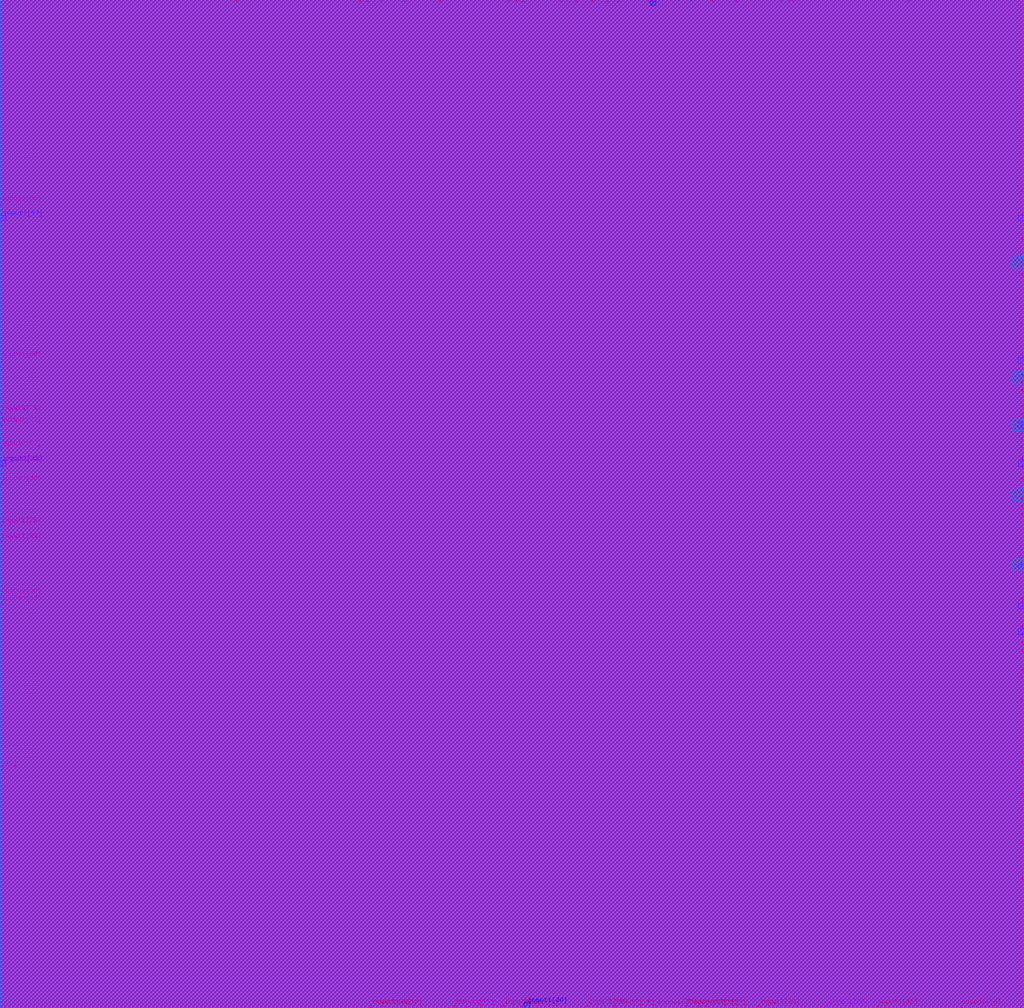
<source format=lef>
##
## LEF for PtnCells ;
## created by Innovus v17.12-s095_1 on Wed Apr 22 22:04:46 2020
##

VERSION 5.8 ;

BUSBITCHARS "[]" ;
DIVIDERCHAR "/" ;

MACRO AsyncMux_width80
  CLASS BLOCK ;
  FOREIGN AsyncMux_width80 0 0 ;
  ORIGIN 0.0000 0.0000 ;
  SIZE 75.2400 BY 74.1000 ;
  SYMMETRY X Y R90 ;
  PIN input0[79]
    DIRECTION INPUT ;
    USE SIGNAL ;
    PORT
      LAYER metal3 ;
        RECT 0.0000 46.0400 0.0700 46.1100 ;
    END
  END input0[79]
  PIN input0[78]
    DIRECTION INPUT ;
    USE SIGNAL ;
    PORT
      LAYER metal3 ;
        RECT 0.0000 41.1000 0.0700 41.1700 ;
    END
  END input0[78]
  PIN input0[77]
    DIRECTION INPUT ;
    USE SIGNAL ;
    PORT
      LAYER metal3 ;
        RECT 0.0000 43.5700 0.0700 43.6400 ;
    END
  END input0[77]
  PIN input0[76]
    DIRECTION INPUT ;
    USE SIGNAL ;
    PORT
      LAYER metal5 ;
        RECT 0.0000 43.6300 0.1400 43.7700 ;
    END
  END input0[76]
  PIN input0[75]
    DIRECTION INPUT ;
    USE SIGNAL ;
    PORT
      LAYER metal3 ;
        RECT 75.1700 26.2800 75.2400 26.3500 ;
    END
  END input0[75]
  PIN input0[74]
    DIRECTION INPUT ;
    USE SIGNAL ;
    PORT
      LAYER metal4 ;
        RECT 50.4250 0.0000 50.5650 0.1400 ;
    END
  END input0[74]
  PIN input0[73]
    DIRECTION INPUT ;
    USE SIGNAL ;
    PORT
      LAYER metal7 ;
        RECT 74.8400 27.4450 75.2400 27.8450 ;
    END
  END input0[73]
  PIN input0[72]
    DIRECTION INPUT ;
    USE SIGNAL ;
    PORT
      LAYER metal3 ;
        RECT 75.1700 28.7500 75.2400 28.8200 ;
    END
  END input0[72]
  PIN input0[71]
    DIRECTION INPUT ;
    USE SIGNAL ;
    PORT
      LAYER metal3 ;
        RECT 75.1700 33.6900 75.2400 33.7600 ;
    END
  END input0[71]
  PIN input0[70]
    DIRECTION INPUT ;
    USE SIGNAL ;
    PORT
      LAYER metal3 ;
        RECT 75.1700 39.7700 75.2400 39.8400 ;
    END
  END input0[70]
  PIN input0[69]
    DIRECTION INPUT ;
    USE SIGNAL ;
    PORT
      LAYER metal5 ;
        RECT 75.1000 39.6400 75.2400 39.7800 ;
    END
  END input0[69]
  PIN input0[68]
    DIRECTION INPUT ;
    USE SIGNAL ;
    PORT
      LAYER metal3 ;
        RECT 75.1700 34.8300 75.2400 34.9000 ;
    END
  END input0[68]
  PIN input0[67]
    DIRECTION INPUT ;
    USE SIGNAL ;
    PORT
      LAYER metal3 ;
        RECT 75.1700 47.3700 75.2400 47.4400 ;
    END
  END input0[67]
  PIN input0[66]
    DIRECTION INPUT ;
    USE SIGNAL ;
    PORT
      LAYER metal6 ;
        RECT 54.0650 73.9600 54.2050 74.1000 ;
    END
  END input0[66]
  PIN input0[65]
    DIRECTION INPUT ;
    USE SIGNAL ;
    PORT
      LAYER metal4 ;
        RECT 52.3850 73.9600 52.5250 74.1000 ;
    END
  END input0[65]
  PIN input0[64]
    DIRECTION INPUT ;
    USE SIGNAL ;
    PORT
      LAYER metal2 ;
        RECT 46.4200 74.0300 46.4900 74.1000 ;
    END
  END input0[64]
  PIN input0[63]
    DIRECTION INPUT ;
    USE SIGNAL ;
    PORT
      LAYER metal4 ;
        RECT 47.6250 73.9600 47.7650 74.1000 ;
    END
  END input0[63]
  PIN input0[62]
    DIRECTION INPUT ;
    USE SIGNAL ;
    PORT
      LAYER metal3 ;
        RECT 75.1700 42.2400 75.2400 42.3100 ;
    END
  END input0[62]
  PIN input0[61]
    DIRECTION INPUT ;
    USE SIGNAL ;
    PORT
      LAYER metal3 ;
        RECT 75.1700 39.3900 75.2400 39.4600 ;
    END
  END input0[61]
  PIN input0[60]
    DIRECTION INPUT ;
    USE SIGNAL ;
    PORT
      LAYER metal2 ;
        RECT 26.2800 74.0300 26.3500 74.1000 ;
    END
  END input0[60]
  PIN input0[59]
    DIRECTION INPUT ;
    USE SIGNAL ;
    PORT
      LAYER metal3 ;
        RECT 0.0000 39.9600 0.0700 40.0300 ;
    END
  END input0[59]
  PIN input0[58]
    DIRECTION INPUT ;
    USE SIGNAL ;
    PORT
      LAYER metal4 ;
        RECT 32.2250 73.9600 32.3650 74.1000 ;
    END
  END input0[58]
  PIN input0[57]
    DIRECTION INPUT ;
    USE SIGNAL ;
    PORT
      LAYER metal5 ;
        RECT 0.0000 41.0650 0.1400 41.2050 ;
    END
  END input0[57]
  PIN input0[56]
    DIRECTION INPUT ;
    USE SIGNAL ;
    PORT
      LAYER metal3 ;
        RECT 75.1700 30.0800 75.2400 30.1500 ;
    END
  END input0[56]
  PIN input0[55]
    DIRECTION INPUT ;
    USE SIGNAL ;
    PORT
      LAYER metal2 ;
        RECT 52.5000 0.0000 52.5700 0.0700 ;
    END
  END input0[55]
  PIN input0[54]
    DIRECTION INPUT ;
    USE SIGNAL ;
    PORT
      LAYER metal5 ;
        RECT 75.1000 22.5400 75.2400 22.6800 ;
    END
  END input0[54]
  PIN input0[53]
    DIRECTION INPUT ;
    USE SIGNAL ;
    PORT
      LAYER metal5 ;
        RECT 75.1000 26.2450 75.2400 26.3850 ;
    END
  END input0[53]
  PIN input0[52]
    DIRECTION INPUT ;
    USE SIGNAL ;
    PORT
      LAYER metal5 ;
        RECT 75.1000 33.6550 75.2400 33.7950 ;
    END
  END input0[52]
  PIN input0[51]
    DIRECTION INPUT ;
    USE SIGNAL ;
    PORT
      LAYER metal5 ;
        RECT 75.1000 37.3600 75.2400 37.5000 ;
    END
  END input0[51]
  PIN input0[50]
    DIRECTION INPUT ;
    USE SIGNAL ;
    PORT
      LAYER metal2 ;
        RECT 36.9200 74.0300 36.9900 74.1000 ;
    END
  END input0[50]
  PIN input0[49]
    DIRECTION INPUT ;
    USE SIGNAL ;
    PORT
      LAYER metal3 ;
        RECT 75.1700 32.5500 75.2400 32.6200 ;
    END
  END input0[49]
  PIN input0[48]
    DIRECTION INPUT ;
    USE SIGNAL ;
    PORT
      LAYER metal3 ;
        RECT 75.1700 41.1000 75.2400 41.1700 ;
    END
  END input0[48]
  PIN input0[47]
    DIRECTION INPUT ;
    USE SIGNAL ;
    PORT
      LAYER metal2 ;
        RECT 49.0800 74.0300 49.1500 74.1000 ;
    END
  END input0[47]
  PIN input0[46]
    DIRECTION INPUT ;
    USE SIGNAL ;
    PORT
      LAYER metal2 ;
        RECT 46.9900 74.0300 47.0600 74.1000 ;
    END
  END input0[46]
  PIN input0[45]
    DIRECTION INPUT ;
    USE SIGNAL ;
    PORT
      LAYER metal2 ;
        RECT 38.4400 74.0300 38.5100 74.1000 ;
    END
  END input0[45]
  PIN input0[44]
    DIRECTION INPUT ;
    USE SIGNAL ;
    PORT
      LAYER metal2 ;
        RECT 33.3100 74.0300 33.3800 74.1000 ;
    END
  END input0[44]
  PIN input0[43]
    DIRECTION INPUT ;
    USE SIGNAL ;
    PORT
      LAYER metal2 ;
        RECT 42.0500 74.0300 42.1200 74.1000 ;
    END
  END input0[43]
  PIN input0[42]
    DIRECTION INPUT ;
    USE SIGNAL ;
    PORT
      LAYER metal2 ;
        RECT 35.2100 74.0300 35.2800 74.1000 ;
    END
  END input0[42]
  PIN input0[41]
    DIRECTION INPUT ;
    USE SIGNAL ;
    PORT
      LAYER metal2 ;
        RECT 37.4900 74.0300 37.5600 74.1000 ;
    END
  END input0[41]
  PIN input0[40]
    DIRECTION INPUT ;
    USE SIGNAL ;
    PORT
      LAYER metal3 ;
        RECT 0.0000 38.6300 0.0700 38.7000 ;
    END
  END input0[40]
  PIN input0[39]
    DIRECTION INPUT ;
    USE SIGNAL ;
    PORT
      LAYER metal5 ;
        RECT 0.0000 38.5000 0.1400 38.6400 ;
    END
  END input0[39]
  PIN input0[38]
    DIRECTION INPUT ;
    USE SIGNAL ;
    PORT
      LAYER metal2 ;
        RECT 33.5000 0.0000 33.5700 0.0700 ;
    END
  END input0[38]
  PIN input0[37]
    DIRECTION INPUT ;
    USE SIGNAL ;
    PORT
      LAYER metal2 ;
        RECT 36.5400 0.0000 36.6100 0.0700 ;
    END
  END input0[37]
  PIN input0[36]
    DIRECTION INPUT ;
    USE SIGNAL ;
    PORT
      LAYER metal2 ;
        RECT 49.8400 0.0000 49.9100 0.0700 ;
    END
  END input0[36]
  PIN input0[35]
    DIRECTION INPUT ;
    USE SIGNAL ;
    PORT
      LAYER metal4 ;
        RECT 43.1450 0.0000 43.2850 0.1400 ;
    END
  END input0[35]
  PIN input0[34]
    DIRECTION INPUT ;
    USE SIGNAL ;
    PORT
      LAYER metal4 ;
        RECT 45.1050 0.0000 45.2450 0.1400 ;
    END
  END input0[34]
  PIN input0[33]
    DIRECTION INPUT ;
    USE SIGNAL ;
    PORT
      LAYER metal3 ;
        RECT 75.1700 27.4200 75.2400 27.4900 ;
    END
  END input0[33]
  PIN input0[32]
    DIRECTION INPUT ;
    USE SIGNAL ;
    PORT
      LAYER metal5 ;
        RECT 75.1000 29.9500 75.2400 30.0900 ;
    END
  END input0[32]
  PIN input0[31]
    DIRECTION INPUT ;
    USE SIGNAL ;
    PORT
      LAYER metal5 ;
        RECT 75.1000 32.5150 75.2400 32.6550 ;
    END
  END input0[31]
  PIN input0[30]
    DIRECTION INPUT ;
    USE SIGNAL ;
    PORT
      LAYER metal3 ;
        RECT 75.1700 29.7000 75.2400 29.7700 ;
    END
  END input0[30]
  PIN input0[29]
    DIRECTION INPUT ;
    USE SIGNAL ;
    PORT
      LAYER metal3 ;
        RECT 75.1700 36.1600 75.2400 36.2300 ;
    END
  END input0[29]
  PIN input0[28]
    DIRECTION INPUT ;
    USE SIGNAL ;
    PORT
      LAYER metal2 ;
        RECT 49.4600 74.0300 49.5300 74.1000 ;
    END
  END input0[28]
  PIN input0[27]
    DIRECTION INPUT ;
    USE SIGNAL ;
    PORT
      LAYER metal3 ;
        RECT 75.1700 50.9800 75.2400 51.0500 ;
    END
  END input0[27]
  PIN input0[26]
    DIRECTION INPUT ;
    USE SIGNAL ;
    PORT
      LAYER metal3 ;
        RECT 75.1700 44.9000 75.2400 44.9700 ;
    END
  END input0[26]
  PIN input0[25]
    DIRECTION INPUT ;
    USE SIGNAL ;
    PORT
      LAYER metal3 ;
        RECT 75.1700 46.0400 75.2400 46.1100 ;
    END
  END input0[25]
  PIN input0[24]
    DIRECTION INPUT ;
    USE SIGNAL ;
    PORT
      LAYER metal2 ;
        RECT 34.2600 74.0300 34.3300 74.1000 ;
    END
  END input0[24]
  PIN input0[23]
    DIRECTION INPUT ;
    USE SIGNAL ;
    PORT
      LAYER metal2 ;
        RECT 31.4100 74.0300 31.4800 74.1000 ;
    END
  END input0[23]
  PIN input0[22]
    DIRECTION INPUT ;
    USE SIGNAL ;
    PORT
      LAYER metal2 ;
        RECT 43.1900 74.0300 43.2600 74.1000 ;
    END
  END input0[22]
  PIN input0[21]
    DIRECTION INPUT ;
    USE SIGNAL ;
    PORT
      LAYER metal5 ;
        RECT 0.0000 39.9250 0.1400 40.0650 ;
    END
  END input0[21]
  PIN input0[20]
    DIRECTION INPUT ;
    USE SIGNAL ;
    PORT
      LAYER metal4 ;
        RECT 38.3850 73.9600 38.5250 74.1000 ;
    END
  END input0[20]
  PIN input0[19]
    DIRECTION INPUT ;
    USE SIGNAL ;
    PORT
      LAYER metal3 ;
        RECT 0.0000 29.8900 0.0700 29.9600 ;
    END
  END input0[19]
  PIN input0[18]
    DIRECTION INPUT ;
    USE SIGNAL ;
    PORT
      LAYER metal5 ;
        RECT 0.0000 29.6650 0.1400 29.8050 ;
    END
  END input0[18]
  PIN input0[17]
    DIRECTION INPUT ;
    USE SIGNAL ;
    PORT
      LAYER metal3 ;
        RECT 0.0000 28.7500 0.0700 28.8200 ;
    END
  END input0[17]
  PIN input0[16]
    DIRECTION INPUT ;
    USE SIGNAL ;
    PORT
      LAYER metal2 ;
        RECT 32.9300 0.0000 33.0000 0.0700 ;
    END
  END input0[16]
  PIN input0[15]
    DIRECTION INPUT ;
    USE SIGNAL ;
    PORT
      LAYER metal2 ;
        RECT 28.7500 0.0000 28.8200 0.0700 ;
    END
  END input0[15]
  PIN input0[14]
    DIRECTION INPUT ;
    USE SIGNAL ;
    PORT
      LAYER metal2 ;
        RECT 46.0400 0.0000 46.1100 0.0700 ;
    END
  END input0[14]
  PIN input0[13]
    DIRECTION INPUT ;
    USE SIGNAL ;
    PORT
      LAYER metal2 ;
        RECT 38.4400 0.0000 38.5100 0.0700 ;
    END
  END input0[13]
  PIN input0[12]
    DIRECTION INPUT ;
    USE SIGNAL ;
    PORT
      LAYER metal7 ;
        RECT 74.8400 32.1950 75.2400 32.5950 ;
    END
  END input0[12]
  PIN input0[11]
    DIRECTION INPUT ;
    USE SIGNAL ;
    PORT
      LAYER metal9 ;
        RECT 74.4400 32.1850 75.2400 32.9850 ;
    END
  END input0[11]
  PIN input0[10]
    DIRECTION INPUT ;
    USE SIGNAL ;
    PORT
      LAYER metal5 ;
        RECT 75.1000 36.2200 75.2400 36.3600 ;
    END
  END input0[10]
  PIN input0[9]
    DIRECTION INPUT ;
    USE SIGNAL ;
    PORT
      LAYER metal3 ;
        RECT 75.1700 43.5700 75.2400 43.6400 ;
    END
  END input0[9]
  PIN input0[8]
    DIRECTION INPUT ;
    USE SIGNAL ;
    PORT
      LAYER metal5 ;
        RECT 75.1000 42.2050 75.2400 42.3450 ;
    END
  END input0[8]
  PIN input0[7]
    DIRECTION INPUT ;
    USE SIGNAL ;
    PORT
      LAYER metal5 ;
        RECT 75.1000 41.0650 75.2400 41.2050 ;
    END
  END input0[7]
  PIN input0[6]
    DIRECTION INPUT ;
    USE SIGNAL ;
    PORT
      LAYER metal5 ;
        RECT 75.1000 51.0400 75.2400 51.1800 ;
    END
  END input0[6]
  PIN input0[5]
    DIRECTION INPUT ;
    USE SIGNAL ;
    PORT
      LAYER metal5 ;
        RECT 75.1000 45.9100 75.2400 46.0500 ;
    END
  END input0[5]
  PIN input0[4]
    DIRECTION INPUT ;
    USE SIGNAL ;
    PORT
      LAYER metal2 ;
        RECT 48.1300 74.0300 48.2000 74.1000 ;
    END
  END input0[4]
  PIN input0[3]
    DIRECTION INPUT ;
    USE SIGNAL ;
    PORT
      LAYER metal2 ;
        RECT 43.9500 74.0300 44.0200 74.1000 ;
    END
  END input0[3]
  PIN input0[2]
    DIRECTION INPUT ;
    USE SIGNAL ;
    PORT
      LAYER metal4 ;
        RECT 43.4250 73.9600 43.5650 74.1000 ;
    END
  END input0[2]
  PIN input0[1]
    DIRECTION INPUT ;
    USE SIGNAL ;
    PORT
      LAYER metal5 ;
        RECT 75.1000 43.6300 75.2400 43.7700 ;
    END
  END input0[1]
  PIN input0[0]
    DIRECTION INPUT ;
    USE SIGNAL ;
    PORT
      LAYER metal4 ;
        RECT 38.3850 0.0000 38.5250 0.1400 ;
    END
  END input0[0]
  PIN input1[79]
    DIRECTION INPUT ;
    USE SIGNAL ;
    PORT
      LAYER metal3 ;
        RECT 0.0000 57.8200 0.0700 57.8900 ;
    END
  END input1[79]
  PIN input1[78]
    DIRECTION INPUT ;
    USE SIGNAL ;
    PORT
      LAYER metal3 ;
        RECT 0.0000 62.3800 0.0700 62.4500 ;
    END
  END input1[78]
  PIN input1[77]
    DIRECTION INPUT ;
    USE SIGNAL ;
    PORT
      LAYER metal3 ;
        RECT 0.0000 49.6500 0.0700 49.7200 ;
    END
  END input1[77]
  PIN input1[76]
    DIRECTION INPUT ;
    USE SIGNAL ;
    PORT
      LAYER metal3 ;
        RECT 0.0000 48.3200 0.0700 48.3900 ;
    END
  END input1[76]
  PIN input1[75]
    DIRECTION INPUT ;
    USE SIGNAL ;
    PORT
      LAYER metal2 ;
        RECT 64.0900 0.0000 64.1600 0.0700 ;
    END
  END input1[75]
  PIN input1[74]
    DIRECTION INPUT ;
    USE SIGNAL ;
    PORT
      LAYER metal2 ;
        RECT 48.5100 0.0000 48.5800 0.0700 ;
    END
  END input1[74]
  PIN input1[73]
    DIRECTION INPUT ;
    USE SIGNAL ;
    PORT
      LAYER metal3 ;
        RECT 75.1700 14.1200 75.2400 14.1900 ;
    END
  END input1[73]
  PIN input1[72]
    DIRECTION INPUT ;
    USE SIGNAL ;
    PORT
      LAYER metal5 ;
        RECT 75.1000 15.7000 75.2400 15.8400 ;
    END
  END input1[72]
  PIN input1[71]
    DIRECTION INPUT ;
    USE SIGNAL ;
    PORT
      LAYER metal7 ;
        RECT 74.8400 29.3450 75.2400 29.7450 ;
    END
  END input1[71]
  PIN input1[70]
    DIRECTION INPUT ;
    USE SIGNAL ;
    PORT
      LAYER metal7 ;
        RECT 74.8400 42.6450 75.2400 43.0450 ;
    END
  END input1[70]
  PIN input1[69]
    DIRECTION INPUT ;
    USE SIGNAL ;
    PORT
      LAYER metal9 ;
        RECT 74.4400 45.8650 75.2400 46.6650 ;
    END
  END input1[69]
  PIN input1[68]
    DIRECTION INPUT ;
    USE SIGNAL ;
    PORT
      LAYER metal5 ;
        RECT 75.1000 38.7850 75.2400 38.9250 ;
    END
  END input1[68]
  PIN input1[67]
    DIRECTION INPUT ;
    USE SIGNAL ;
    PORT
      LAYER metal2 ;
        RECT 65.6100 74.0300 65.6800 74.1000 ;
    END
  END input1[67]
  PIN input1[66]
    DIRECTION INPUT ;
    USE SIGNAL ;
    PORT
      LAYER metal3 ;
        RECT 75.1700 63.9000 75.2400 63.9700 ;
    END
  END input1[66]
  PIN input1[65]
    DIRECTION INPUT ;
    USE SIGNAL ;
    PORT
      LAYER metal2 ;
        RECT 67.5100 74.0300 67.5800 74.1000 ;
    END
  END input1[65]
  PIN input1[64]
    DIRECTION INPUT ;
    USE SIGNAL ;
    PORT
      LAYER metal4 ;
        RECT 37.2650 73.9600 37.4050 74.1000 ;
    END
  END input1[64]
  PIN input1[63]
    DIRECTION INPUT ;
    USE SIGNAL ;
    PORT
      LAYER metal8 ;
        RECT 47.7750 73.7000 48.1750 74.1000 ;
    END
  END input1[63]
  PIN input1[62]
    DIRECTION INPUT ;
    USE SIGNAL ;
    PORT
      LAYER metal9 ;
        RECT 74.4400 42.4450 75.2400 43.2450 ;
    END
  END input1[62]
  PIN input1[61]
    DIRECTION INPUT ;
    USE SIGNAL ;
    PORT
      LAYER metal3 ;
        RECT 0.0000 36.3500 0.0700 36.4200 ;
    END
  END input1[61]
  PIN input1[60]
    DIRECTION INPUT ;
    USE SIGNAL ;
    PORT
      LAYER metal5 ;
        RECT 0.0000 59.0200 0.1400 59.1600 ;
    END
  END input1[60]
  PIN input1[59]
    DIRECTION INPUT ;
    USE SIGNAL ;
    PORT
      LAYER metal5 ;
        RECT 0.0000 47.6200 0.1400 47.7600 ;
    END
  END input1[59]
  PIN input1[58]
    DIRECTION INPUT ;
    USE SIGNAL ;
    PORT
      LAYER metal4 ;
        RECT 17.3850 73.9600 17.5250 74.1000 ;
    END
  END input1[58]
  PIN input1[57]
    DIRECTION INPUT ;
    USE SIGNAL ;
    PORT
      LAYER metal7 ;
        RECT 0.0000 57.8450 0.4000 58.2450 ;
    END
  END input1[57]
  PIN input1[56]
    DIRECTION INPUT ;
    USE SIGNAL ;
    PORT
      LAYER metal5 ;
        RECT 75.1000 24.2500 75.2400 24.3900 ;
    END
  END input1[56]
  PIN input1[55]
    DIRECTION INPUT ;
    USE SIGNAL ;
    PORT
      LAYER metal6 ;
        RECT 60.7850 0.0000 60.9250 0.1400 ;
    END
  END input1[55]
  PIN input1[54]
    DIRECTION INPUT ;
    USE SIGNAL ;
    PORT
      LAYER metal5 ;
        RECT 75.1000 11.9950 75.2400 12.1350 ;
    END
  END input1[54]
  PIN input1[53]
    DIRECTION INPUT ;
    USE SIGNAL ;
    PORT
      LAYER metal5 ;
        RECT 75.1000 9.4300 75.2400 9.5700 ;
    END
  END input1[53]
  PIN input1[52]
    DIRECTION INPUT ;
    USE SIGNAL ;
    PORT
      LAYER metal3 ;
        RECT 75.1700 38.0600 75.2400 38.1300 ;
    END
  END input1[52]
  PIN input1[51]
    DIRECTION INPUT ;
    USE SIGNAL ;
    PORT
      LAYER metal9 ;
        RECT 74.4400 37.3150 75.2400 38.1150 ;
    END
  END input1[51]
  PIN input1[50]
    DIRECTION INPUT ;
    USE SIGNAL ;
    PORT
      LAYER metal5 ;
        RECT 0.0000 34.2250 0.1400 34.3650 ;
    END
  END input1[50]
  PIN input1[49]
    DIRECTION INPUT ;
    USE SIGNAL ;
    PORT
      LAYER metal5 ;
        RECT 75.1000 29.3800 75.2400 29.5200 ;
    END
  END input1[49]
  PIN input1[48]
    DIRECTION INPUT ;
    USE SIGNAL ;
    PORT
      LAYER metal5 ;
        RECT 75.1000 45.3400 75.2400 45.4800 ;
    END
  END input1[48]
  PIN input1[47]
    DIRECTION INPUT ;
    USE SIGNAL ;
    PORT
      LAYER metal4 ;
        RECT 57.9850 73.9600 58.1250 74.1000 ;
    END
  END input1[47]
  PIN input1[46]
    DIRECTION INPUT ;
    USE SIGNAL ;
    PORT
      LAYER metal10 ;
        RECT 53.4550 73.3000 54.2550 74.1000 ;
    END
  END input1[46]
  PIN input1[45]
    DIRECTION INPUT ;
    USE SIGNAL ;
    PORT
      LAYER metal4 ;
        RECT 37.8250 73.9600 37.9650 74.1000 ;
    END
  END input1[45]
  PIN input1[44]
    DIRECTION INPUT ;
    USE SIGNAL ;
    PORT
      LAYER metal4 ;
        RECT 26.3450 73.9600 26.4850 74.1000 ;
    END
  END input1[44]
  PIN input1[43]
    DIRECTION INPUT ;
    USE SIGNAL ;
    PORT
      LAYER metal6 ;
        RECT 47.9050 73.9600 48.0450 74.1000 ;
    END
  END input1[43]
  PIN input1[42]
    DIRECTION INPUT ;
    USE SIGNAL ;
    PORT
      LAYER metal4 ;
        RECT 29.7050 73.9600 29.8450 74.1000 ;
    END
  END input1[42]
  PIN input1[41]
    DIRECTION INPUT ;
    USE SIGNAL ;
    PORT
      LAYER metal2 ;
        RECT 29.5100 74.0300 29.5800 74.1000 ;
    END
  END input1[41]
  PIN input1[40]
    DIRECTION INPUT ;
    USE SIGNAL ;
    PORT
      LAYER metal7 ;
        RECT 0.0000 39.7950 0.4000 40.1950 ;
    END
  END input1[40]
  PIN input1[39]
    DIRECTION INPUT ;
    USE SIGNAL ;
    PORT
      LAYER metal5 ;
        RECT 0.0000 35.3650 0.1400 35.5050 ;
    END
  END input1[39]
  PIN input1[38]
    DIRECTION INPUT ;
    USE SIGNAL ;
    PORT
      LAYER metal4 ;
        RECT 27.1850 0.0000 27.3250 0.1400 ;
    END
  END input1[38]
  PIN input1[37]
    DIRECTION INPUT ;
    USE SIGNAL ;
    PORT
      LAYER metal4 ;
        RECT 33.3450 0.0000 33.4850 0.1400 ;
    END
  END input1[37]
  PIN input1[36]
    DIRECTION INPUT ;
    USE SIGNAL ;
    PORT
      LAYER metal4 ;
        RECT 64.4250 0.0000 64.5650 0.1400 ;
    END
  END input1[36]
  PIN input1[35]
    DIRECTION INPUT ;
    USE SIGNAL ;
    PORT
      LAYER metal4 ;
        RECT 55.7450 0.0000 55.8850 0.1400 ;
    END
  END input1[35]
  PIN input1[34]
    DIRECTION INPUT ;
    USE SIGNAL ;
    PORT
      LAYER metal4 ;
        RECT 51.8250 0.0000 51.9650 0.1400 ;
    END
  END input1[34]
  PIN input1[33]
    DIRECTION INPUT ;
    USE SIGNAL ;
    PORT
      LAYER metal5 ;
        RECT 75.1000 14.5600 75.2400 14.7000 ;
    END
  END input1[33]
  PIN input1[32]
    DIRECTION INPUT ;
    USE SIGNAL ;
    PORT
      LAYER metal4 ;
        RECT 48.1850 0.0000 48.3250 0.1400 ;
    END
  END input1[32]
  PIN input1[31]
    DIRECTION INPUT ;
    USE SIGNAL ;
    PORT
      LAYER metal5 ;
        RECT 75.1000 26.8150 75.2400 26.9550 ;
    END
  END input1[31]
  PIN input1[30]
    DIRECTION INPUT ;
    USE SIGNAL ;
    PORT
      LAYER metal5 ;
        RECT 75.1000 27.3850 75.2400 27.5250 ;
    END
  END input1[30]
  PIN input1[29]
    DIRECTION INPUT ;
    USE SIGNAL ;
    PORT
      LAYER metal8 ;
        RECT 38.5350 0.0000 38.9350 0.4000 ;
    END
  END input1[29]
  PIN input1[28]
    DIRECTION INPUT ;
    USE SIGNAL ;
    PORT
      LAYER metal6 ;
        RECT 58.2650 73.9600 58.4050 74.1000 ;
    END
  END input1[28]
  PIN input1[27]
    DIRECTION INPUT ;
    USE SIGNAL ;
    PORT
      LAYER metal4 ;
        RECT 66.6650 73.9600 66.8050 74.1000 ;
    END
  END input1[27]
  PIN input1[26]
    DIRECTION INPUT ;
    USE SIGNAL ;
    PORT
      LAYER metal5 ;
        RECT 75.1000 53.8900 75.2400 54.0300 ;
    END
  END input1[26]
  PIN input1[25]
    DIRECTION INPUT ;
    USE SIGNAL ;
    PORT
      LAYER metal5 ;
        RECT 75.1000 56.4550 75.2400 56.5950 ;
    END
  END input1[25]
  PIN input1[24]
    DIRECTION INPUT ;
    USE SIGNAL ;
    PORT
      LAYER metal3 ;
        RECT 0.0000 45.4700 0.0700 45.5400 ;
    END
  END input1[24]
  PIN input1[23]
    DIRECTION INPUT ;
    USE SIGNAL ;
    PORT
      LAYER metal4 ;
        RECT 26.9050 73.9600 27.0450 74.1000 ;
    END
  END input1[23]
  PIN input1[22]
    DIRECTION INPUT ;
    USE SIGNAL ;
    PORT
      LAYER metal4 ;
        RECT 42.3050 73.9600 42.4450 74.1000 ;
    END
  END input1[22]
  PIN input1[21]
    DIRECTION INPUT ;
    USE SIGNAL ;
    PORT
      LAYER metal4 ;
        RECT 28.0250 73.9600 28.1650 74.1000 ;
    END
  END input1[21]
  PIN input1[20]
    DIRECTION INPUT ;
    USE SIGNAL ;
    PORT
      LAYER metal4 ;
        RECT 36.9850 0.0000 37.1250 0.1400 ;
    END
  END input1[20]
  PIN input1[19]
    DIRECTION INPUT ;
    USE SIGNAL ;
    PORT
      LAYER metal3 ;
        RECT 0.0000 23.6200 0.0700 23.6900 ;
    END
  END input1[19]
  PIN input1[18]
    DIRECTION INPUT ;
    USE SIGNAL ;
    PORT
      LAYER metal3 ;
        RECT 0.0000 16.2100 0.0700 16.2800 ;
    END
  END input1[18]
  PIN input1[17]
    DIRECTION INPUT ;
    USE SIGNAL ;
    PORT
      LAYER metal3 ;
        RECT 0.0000 18.6800 0.0700 18.7500 ;
    END
  END input1[17]
  PIN input1[16]
    DIRECTION INPUT ;
    USE SIGNAL ;
    PORT
      LAYER metal2 ;
        RECT 23.2400 0.0000 23.3100 0.0700 ;
    END
  END input1[16]
  PIN input1[15]
    DIRECTION INPUT ;
    USE SIGNAL ;
    PORT
      LAYER metal2 ;
        RECT 16.0200 0.0000 16.0900 0.0700 ;
    END
  END input1[15]
  PIN input1[14]
    DIRECTION INPUT ;
    USE SIGNAL ;
    PORT
      LAYER metal4 ;
        RECT 51.2650 0.0000 51.4050 0.1400 ;
    END
  END input1[14]
  PIN input1[13]
    DIRECTION INPUT ;
    USE SIGNAL ;
    PORT
      LAYER metal2 ;
        RECT 37.4900 0.0000 37.5600 0.0700 ;
    END
  END input1[13]
  PIN input1[12]
    DIRECTION INPUT ;
    USE SIGNAL ;
    PORT
      LAYER metal3 ;
        RECT 75.1700 29.1300 75.2400 29.2000 ;
    END
  END input1[12]
  PIN input1[11]
    DIRECTION INPUT ;
    USE SIGNAL ;
    PORT
      LAYER metal5 ;
        RECT 75.1000 24.8200 75.2400 24.9600 ;
    END
  END input1[11]
  PIN input1[10]
    DIRECTION INPUT ;
    USE SIGNAL ;
    PORT
      LAYER metal5 ;
        RECT 75.1000 36.7900 75.2400 36.9300 ;
    END
  END input1[10]
  PIN input1[9]
    DIRECTION INPUT ;
    USE SIGNAL ;
    PORT
      LAYER metal5 ;
        RECT 75.1000 41.6350 75.2400 41.7750 ;
    END
  END input1[9]
  PIN input1[8]
    DIRECTION INPUT ;
    USE SIGNAL ;
    PORT
      LAYER metal5 ;
        RECT 75.1000 50.1850 75.2400 50.3250 ;
    END
  END input1[8]
  PIN input1[7]
    DIRECTION INPUT ;
    USE SIGNAL ;
    PORT
      LAYER metal5 ;
        RECT 75.1000 44.2000 75.2400 44.3400 ;
    END
  END input1[7]
  PIN input1[6]
    DIRECTION INPUT ;
    USE SIGNAL ;
    PORT
      LAYER metal7 ;
        RECT 74.8400 57.8450 75.2400 58.2450 ;
    END
  END input1[6]
  PIN input1[5]
    DIRECTION INPUT ;
    USE SIGNAL ;
    PORT
      LAYER metal9 ;
        RECT 74.4400 54.4150 75.2400 55.2150 ;
    END
  END input1[5]
  PIN input1[4]
    DIRECTION INPUT ;
    USE SIGNAL ;
    PORT
      LAYER metal4 ;
        RECT 57.4250 73.9600 57.5650 74.1000 ;
    END
  END input1[4]
  PIN input1[3]
    DIRECTION INPUT ;
    USE SIGNAL ;
    PORT
      LAYER metal4 ;
        RECT 41.1850 73.9600 41.3250 74.1000 ;
    END
  END input1[3]
  PIN input1[2]
    DIRECTION INPUT ;
    USE SIGNAL ;
    PORT
      LAYER metal4 ;
        RECT 44.5450 73.9600 44.6850 74.1000 ;
    END
  END input1[2]
  PIN input1[1]
    DIRECTION INPUT ;
    USE SIGNAL ;
    PORT
      LAYER metal5 ;
        RECT 75.1000 46.4800 75.2400 46.6200 ;
    END
  END input1[1]
  PIN input1[0]
    DIRECTION INPUT ;
    USE SIGNAL ;
    PORT
      LAYER metal6 ;
        RECT 34.1850 0.0000 34.3250 0.1400 ;
    END
  END input1[0]
  PIN ctrl
    DIRECTION INPUT ;
    USE SIGNAL ;
    PORT
      LAYER metal5 ;
        RECT 0.0000 17.4100 0.1400 17.5500 ;
    END
  END ctrl
  PIN output[79]
    DIRECTION OUTPUT ;
    USE SIGNAL ;
    PORT
      LAYER metal3 ;
        RECT 0.0000 57.4400 0.0700 57.5100 ;
    END
  END output[79]
  PIN output[78]
    DIRECTION OUTPUT ;
    USE SIGNAL ;
    PORT
      LAYER metal3 ;
        RECT 0.0000 45.0900 0.0700 45.1600 ;
    END
  END output[78]
  PIN output[77]
    DIRECTION OUTPUT ;
    USE SIGNAL ;
    PORT
      LAYER metal2 ;
        RECT 23.4300 74.0300 23.5000 74.1000 ;
    END
  END output[77]
  PIN output[76]
    DIRECTION OUTPUT ;
    USE SIGNAL ;
    PORT
      LAYER metal3 ;
        RECT 0.0000 50.0300 0.0700 50.1000 ;
    END
  END output[76]
  PIN output[75]
    DIRECTION OUTPUT ;
    USE SIGNAL ;
    PORT
      LAYER metal3 ;
        RECT 75.1700 18.1100 75.2400 18.1800 ;
    END
  END output[75]
  PIN output[74]
    DIRECTION OUTPUT ;
    USE SIGNAL ;
    PORT
      LAYER metal2 ;
        RECT 70.5500 0.0000 70.6200 0.0700 ;
    END
  END output[74]
  PIN output[73]
    DIRECTION OUTPUT ;
    USE SIGNAL ;
    PORT
      LAYER metal3 ;
        RECT 75.1700 8.0400 75.2400 8.1100 ;
    END
  END output[73]
  PIN output[72]
    DIRECTION OUTPUT ;
    USE SIGNAL ;
    PORT
      LAYER metal3 ;
        RECT 75.1700 10.7000 75.2400 10.7700 ;
    END
  END output[72]
  PIN output[71]
    DIRECTION OUTPUT ;
    USE SIGNAL ;
    PORT
      LAYER metal3 ;
        RECT 75.1700 27.8000 75.2400 27.8700 ;
    END
  END output[71]
  PIN output[70]
    DIRECTION OUTPUT ;
    USE SIGNAL ;
    PORT
      LAYER metal3 ;
        RECT 75.1700 40.1500 75.2400 40.2200 ;
    END
  END output[70]
  PIN output[69]
    DIRECTION OUTPUT ;
    USE SIGNAL ;
    PORT
      LAYER metal3 ;
        RECT 75.1700 42.6200 75.2400 42.6900 ;
    END
  END output[69]
  PIN output[68]
    DIRECTION OUTPUT ;
    USE SIGNAL ;
    PORT
      LAYER metal3 ;
        RECT 75.1700 25.5200 75.2400 25.5900 ;
    END
  END output[68]
  PIN output[67]
    DIRECTION OUTPUT ;
    USE SIGNAL ;
    PORT
      LAYER metal3 ;
        RECT 75.1700 47.7500 75.2400 47.8200 ;
    END
  END output[67]
  PIN output[66]
    DIRECTION OUTPUT ;
    USE SIGNAL ;
    PORT
      LAYER metal2 ;
        RECT 70.5500 74.0300 70.6200 74.1000 ;
    END
  END output[66]
  PIN output[65]
    DIRECTION OUTPUT ;
    USE SIGNAL ;
    PORT
      LAYER metal2 ;
        RECT 63.3300 74.0300 63.4000 74.1000 ;
    END
  END output[65]
  PIN output[64]
    DIRECTION OUTPUT ;
    USE SIGNAL ;
    PORT
      LAYER metal2 ;
        RECT 51.1700 74.0300 51.2400 74.1000 ;
    END
  END output[64]
  PIN output[63]
    DIRECTION OUTPUT ;
    USE SIGNAL ;
    PORT
      LAYER metal2 ;
        RECT 47.7500 74.0300 47.8200 74.1000 ;
    END
  END output[63]
  PIN output[62]
    DIRECTION OUTPUT ;
    USE SIGNAL ;
    PORT
      LAYER metal2 ;
        RECT 52.3100 74.0300 52.3800 74.1000 ;
    END
  END output[62]
  PIN output[61]
    DIRECTION OUTPUT ;
    USE SIGNAL ;
    PORT
      LAYER metal2 ;
        RECT 33.6900 74.0300 33.7600 74.1000 ;
    END
  END output[61]
  PIN output[60]
    DIRECTION OUTPUT ;
    USE SIGNAL ;
    PORT
      LAYER metal2 ;
        RECT 25.3300 74.0300 25.4000 74.1000 ;
    END
  END output[60]
  PIN output[59]
    DIRECTION OUTPUT ;
    USE SIGNAL ;
    PORT
      LAYER metal3 ;
        RECT 0.0000 40.3400 0.0700 40.4100 ;
    END
  END output[59]
  PIN output[58]
    DIRECTION OUTPUT ;
    USE SIGNAL ;
    PORT
      LAYER metal3 ;
        RECT 0.0000 37.6800 0.0700 37.7500 ;
    END
  END output[58]
  PIN output[57]
    DIRECTION OUTPUT ;
    USE SIGNAL ;
    PORT
      LAYER metal3 ;
        RECT 0.0000 30.2700 0.0700 30.3400 ;
    END
  END output[57]
  PIN output[56]
    DIRECTION OUTPUT ;
    USE SIGNAL ;
    PORT
      LAYER metal2 ;
        RECT 53.8300 0.0000 53.9000 0.0700 ;
    END
  END output[56]
  PIN output[55]
    DIRECTION OUTPUT ;
    USE SIGNAL ;
    PORT
      LAYER metal2 ;
        RECT 61.0500 0.0000 61.1200 0.0700 ;
    END
  END output[55]
  PIN output[54]
    DIRECTION OUTPUT ;
    USE SIGNAL ;
    PORT
      LAYER metal4 ;
        RECT 70.5850 0.0000 70.7250 0.1400 ;
    END
  END output[54]
  PIN output[53]
    DIRECTION OUTPUT ;
    USE SIGNAL ;
    PORT
      LAYER metal2 ;
        RECT 50.4100 0.0000 50.4800 0.0700 ;
    END
  END output[53]
  PIN output[52]
    DIRECTION OUTPUT ;
    USE SIGNAL ;
    PORT
      LAYER metal3 ;
        RECT 75.1700 12.9800 75.2400 13.0500 ;
    END
  END output[52]
  PIN output[51]
    DIRECTION OUTPUT ;
    USE SIGNAL ;
    PORT
      LAYER metal2 ;
        RECT 37.8700 0.0000 37.9400 0.0700 ;
    END
  END output[51]
  PIN output[50]
    DIRECTION OUTPUT ;
    USE SIGNAL ;
    PORT
      LAYER metal2 ;
        RECT 50.7900 0.0000 50.8600 0.0700 ;
    END
  END output[50]
  PIN output[49]
    DIRECTION OUTPUT ;
    USE SIGNAL ;
    PORT
      LAYER metal2 ;
        RECT 43.1900 0.0000 43.2600 0.0700 ;
    END
  END output[49]
  PIN output[48]
    DIRECTION OUTPUT ;
    USE SIGNAL ;
    PORT
      LAYER metal3 ;
        RECT 75.1700 37.6800 75.2400 37.7500 ;
    END
  END output[48]
  PIN output[47]
    DIRECTION OUTPUT ;
    USE SIGNAL ;
    PORT
      LAYER metal2 ;
        RECT 45.4700 74.0300 45.5400 74.1000 ;
    END
  END output[47]
  PIN output[46]
    DIRECTION OUTPUT ;
    USE SIGNAL ;
    PORT
      LAYER metal2 ;
        RECT 62.5700 74.0300 62.6400 74.1000 ;
    END
  END output[46]
  PIN output[45]
    DIRECTION OUTPUT ;
    USE SIGNAL ;
    PORT
      LAYER metal2 ;
        RECT 54.2100 74.0300 54.2800 74.1000 ;
    END
  END output[45]
  PIN output[44]
    DIRECTION OUTPUT ;
    USE SIGNAL ;
    PORT
      LAYER metal2 ;
        RECT 56.8700 74.0300 56.9400 74.1000 ;
    END
  END output[44]
  PIN output[43]
    DIRECTION OUTPUT ;
    USE SIGNAL ;
    PORT
      LAYER metal2 ;
        RECT 43.5700 74.0300 43.6400 74.1000 ;
    END
  END output[43]
  PIN output[42]
    DIRECTION OUTPUT ;
    USE SIGNAL ;
    PORT
      LAYER metal2 ;
        RECT 28.7500 74.0300 28.8200 74.1000 ;
    END
  END output[42]
  PIN output[41]
    DIRECTION OUTPUT ;
    USE SIGNAL ;
    PORT
      LAYER metal2 ;
        RECT 32.1700 74.0300 32.2400 74.1000 ;
    END
  END output[41]
  PIN output[40]
    DIRECTION OUTPUT ;
    USE SIGNAL ;
    PORT
      LAYER metal3 ;
        RECT 0.0000 42.6200 0.0700 42.6900 ;
    END
  END output[40]
  PIN output[39]
    DIRECTION OUTPUT ;
    USE SIGNAL ;
    PORT
      LAYER metal2 ;
        RECT 34.0700 0.0000 34.1400 0.0700 ;
    END
  END output[39]
  PIN output[38]
    DIRECTION OUTPUT ;
    USE SIGNAL ;
    PORT
      LAYER metal2 ;
        RECT 30.2700 0.0000 30.3400 0.0700 ;
    END
  END output[38]
  PIN output[37]
    DIRECTION OUTPUT ;
    USE SIGNAL ;
    PORT
      LAYER metal2 ;
        RECT 27.9900 0.0000 28.0600 0.0700 ;
    END
  END output[37]
  PIN output[36]
    DIRECTION OUTPUT ;
    USE SIGNAL ;
    PORT
      LAYER metal2 ;
        RECT 42.4300 0.0000 42.5000 0.0700 ;
    END
  END output[36]
  PIN output[35]
    DIRECTION OUTPUT ;
    USE SIGNAL ;
    PORT
      LAYER metal2 ;
        RECT 45.0900 0.0000 45.1600 0.0700 ;
    END
  END output[35]
  PIN output[34]
    DIRECTION OUTPUT ;
    USE SIGNAL ;
    PORT
      LAYER metal2 ;
        RECT 58.7700 0.0000 58.8400 0.0700 ;
    END
  END output[34]
  PIN output[33]
    DIRECTION OUTPUT ;
    USE SIGNAL ;
    PORT
      LAYER metal2 ;
        RECT 53.4500 0.0000 53.5200 0.0700 ;
    END
  END output[33]
  PIN output[32]
    DIRECTION OUTPUT ;
    USE SIGNAL ;
    PORT
      LAYER metal2 ;
        RECT 41.6700 0.0000 41.7400 0.0700 ;
    END
  END output[32]
  PIN output[31]
    DIRECTION OUTPUT ;
    USE SIGNAL ;
    PORT
      LAYER metal3 ;
        RECT 75.1700 32.9300 75.2400 33.0000 ;
    END
  END output[31]
  PIN output[30]
    DIRECTION OUTPUT ;
    USE SIGNAL ;
    PORT
      LAYER metal3 ;
        RECT 75.1700 22.8600 75.2400 22.9300 ;
    END
  END output[30]
  PIN output[29]
    DIRECTION OUTPUT ;
    USE SIGNAL ;
    PORT
      LAYER metal3 ;
        RECT 75.1700 35.2100 75.2400 35.2800 ;
    END
  END output[29]
  PIN output[28]
    DIRECTION OUTPUT ;
    USE SIGNAL ;
    PORT
      LAYER metal3 ;
        RECT 75.1700 59.9100 75.2400 59.9800 ;
    END
  END output[28]
  PIN output[27]
    DIRECTION OUTPUT ;
    USE SIGNAL ;
    PORT
      LAYER metal5 ;
        RECT 75.1000 59.8750 75.2400 60.0150 ;
    END
  END output[27]
  PIN output[26]
    DIRECTION OUTPUT ;
    USE SIGNAL ;
    PORT
      LAYER metal5 ;
        RECT 75.1000 47.6200 75.2400 47.7600 ;
    END
  END output[26]
  PIN output[25]
    DIRECTION OUTPUT ;
    USE SIGNAL ;
    PORT
      LAYER metal3 ;
        RECT 75.1700 57.4400 75.2400 57.5100 ;
    END
  END output[25]
  PIN output[24]
    DIRECTION OUTPUT ;
    USE SIGNAL ;
    PORT
      LAYER metal4 ;
        RECT 54.0650 73.9600 54.2050 74.1000 ;
    END
  END output[24]
  PIN output[23]
    DIRECTION OUTPUT ;
    USE SIGNAL ;
    PORT
      LAYER metal2 ;
        RECT 52.6900 74.0300 52.7600 74.1000 ;
    END
  END output[23]
  PIN output[22]
    DIRECTION OUTPUT ;
    USE SIGNAL ;
    PORT
      LAYER metal4 ;
        RECT 45.3850 73.9600 45.5250 74.1000 ;
    END
  END output[22]
  PIN output[21]
    DIRECTION OUTPUT ;
    USE SIGNAL ;
    PORT
      LAYER metal5 ;
        RECT 0.0000 42.7750 0.1400 42.9150 ;
    END
  END output[21]
  PIN output[20]
    DIRECTION OUTPUT ;
    USE SIGNAL ;
    PORT
      LAYER metal2 ;
        RECT 35.9700 74.0300 36.0400 74.1000 ;
    END
  END output[20]
  PIN output[19]
    DIRECTION OUTPUT ;
    USE SIGNAL ;
    PORT
      LAYER metal2 ;
        RECT 32.1700 0.0000 32.2400 0.0700 ;
    END
  END output[19]
  PIN output[18]
    DIRECTION OUTPUT ;
    USE SIGNAL ;
    PORT
      LAYER metal5 ;
        RECT 0.0000 30.2350 0.1400 30.3750 ;
    END
  END output[18]
  PIN output[17]
    DIRECTION OUTPUT ;
    USE SIGNAL ;
    PORT
      LAYER metal3 ;
        RECT 0.0000 22.8600 0.0700 22.9300 ;
    END
  END output[17]
  PIN output[16]
    DIRECTION OUTPUT ;
    USE SIGNAL ;
    PORT
      LAYER metal4 ;
        RECT 28.0250 0.0000 28.1650 0.1400 ;
    END
  END output[16]
  PIN output[15]
    DIRECTION OUTPUT ;
    USE SIGNAL ;
    PORT
      LAYER metal3 ;
        RECT 0.0000 18.1100 0.0700 18.1800 ;
    END
  END output[15]
  PIN output[14]
    DIRECTION OUTPUT ;
    USE SIGNAL ;
    PORT
      LAYER metal2 ;
        RECT 63.7100 0.0000 63.7800 0.0700 ;
    END
  END output[14]
  PIN output[13]
    DIRECTION OUTPUT ;
    USE SIGNAL ;
    PORT
      LAYER metal2 ;
        RECT 49.2700 0.0000 49.3400 0.0700 ;
    END
  END output[13]
  PIN output[12]
    DIRECTION OUTPUT ;
    USE SIGNAL ;
    PORT
      LAYER metal5 ;
        RECT 75.1000 17.9800 75.2400 18.1200 ;
    END
  END output[12]
  PIN output[11]
    DIRECTION OUTPUT ;
    USE SIGNAL ;
    PORT
      LAYER metal3 ;
        RECT 75.1700 15.4500 75.2400 15.5200 ;
    END
  END output[11]
  PIN output[10]
    DIRECTION OUTPUT ;
    USE SIGNAL ;
    PORT
      LAYER metal5 ;
        RECT 75.1000 27.9550 75.2400 28.0950 ;
    END
  END output[10]
  PIN output[9]
    DIRECTION OUTPUT ;
    USE SIGNAL ;
    PORT
      LAYER metal5 ;
        RECT 75.1000 42.7750 75.2400 42.9150 ;
    END
  END output[9]
  PIN output[8]
    DIRECTION OUTPUT ;
    USE SIGNAL ;
    PORT
      LAYER metal7 ;
        RECT 74.8400 47.3950 75.2400 47.7950 ;
    END
  END output[8]
  PIN output[7]
    DIRECTION OUTPUT ;
    USE SIGNAL ;
    PORT
      LAYER metal5 ;
        RECT 75.1000 40.2100 75.2400 40.3500 ;
    END
  END output[7]
  PIN output[6]
    DIRECTION OUTPUT ;
    USE SIGNAL ;
    PORT
      LAYER metal2 ;
        RECT 59.1500 74.0300 59.2200 74.1000 ;
    END
  END output[6]
  PIN output[5]
    DIRECTION OUTPUT ;
    USE SIGNAL ;
    PORT
      LAYER metal3 ;
        RECT 75.1700 62.3800 75.2400 62.4500 ;
    END
  END output[5]
  PIN output[4]
    DIRECTION OUTPUT ;
    USE SIGNAL ;
    PORT
      LAYER metal2 ;
        RECT 64.8500 74.0300 64.9200 74.1000 ;
    END
  END output[4]
  PIN output[3]
    DIRECTION OUTPUT ;
    USE SIGNAL ;
    PORT
      LAYER metal2 ;
        RECT 40.1500 74.0300 40.2200 74.1000 ;
    END
  END output[3]
  PIN output[2]
    DIRECTION OUTPUT ;
    USE SIGNAL ;
    PORT
      LAYER metal2 ;
        RECT 45.8500 74.0300 45.9200 74.1000 ;
    END
  END output[2]
  PIN output[1]
    DIRECTION OUTPUT ;
    USE SIGNAL ;
    PORT
      LAYER metal7 ;
        RECT 74.8400 39.7950 75.2400 40.1950 ;
    END
  END output[1]
  PIN output[0]
    DIRECTION OUTPUT ;
    USE SIGNAL ;
    PORT
      LAYER metal2 ;
        RECT 35.9700 0.0000 36.0400 0.0700 ;
    END
  END output[0]
  OBS
    LAYER metal10 ;
      RECT 0.0000 0.0000 75.2400 74.1000 ;
    LAYER metal9 ;
      RECT 0.0000 0.0000 75.2400 74.1000 ;
    LAYER metal8 ;
      RECT 0.0000 0.0000 75.2400 74.1000 ;
    LAYER metal7 ;
      RECT 0.0000 0.0000 75.2400 74.1000 ;
    LAYER metal6 ;
      RECT 0.0000 0.0000 75.2400 74.1000 ;
    LAYER metal5 ;
      RECT 0.0000 0.0000 75.2400 74.1000 ;
    LAYER metal4 ;
      RECT 0.0000 0.0000 75.2400 74.1000 ;
    LAYER metal3 ;
      RECT 0.0000 0.0000 75.2400 74.1000 ;
    LAYER metal2 ;
      RECT 0.0000 0.0000 75.2400 74.1000 ;
    LAYER metal1 ;
      RECT 0.0000 0.0000 75.2400 74.1000 ;
  END
END AsyncMux_width80

END LIBRARY

</source>
